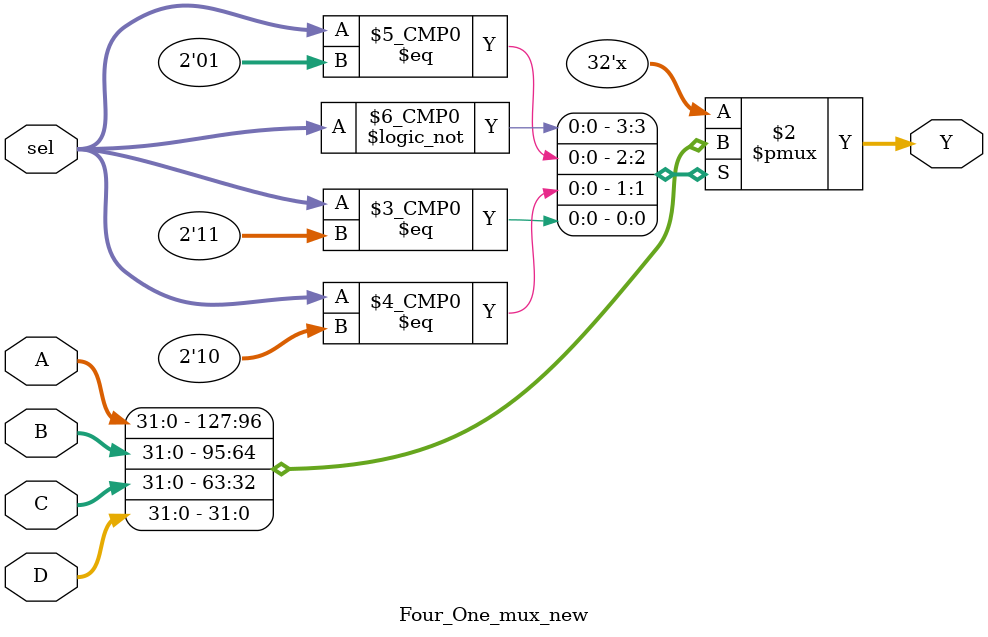
<source format=v>
`timescale 1ns / 1ps
/*******************************************************************
*
* Module: Four_One_mux_new.v
* Project: femtoRV32
* Authors: Fekry Mohamed & Mario Ghaly & Freddy Amgad
* Description: The module is a 4-to-1 multiplexer that selects one of the four input signals (A, B, C, or D)
* based on the 2-bit selection signal (sel). The selected input is then assigned to the output signal Y. 
* This multiplexer is parameterized, allowing the user to specify the bit width (N) for the inputs and output.
*
**********************************************************************/

module Four_One_mux_new #(parameter N= 32)(input [N-1:0] A, B, C, D, input [1:0] sel, output reg [N-1:0]  Y);

always @(*)begin 
case(sel)
2'b00: Y=A;
2'b01: Y=B;
2'b10: Y=C;
2'b11: Y=D;
endcase
end

endmodule

</source>
